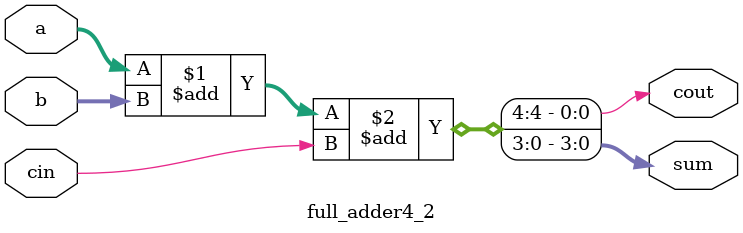
<source format=v>
module full_adder4_2(sum,cout,a,b,cin);
output [3:0] sum;
output cout;
input [3:0] a,b;
input cin;

assign {cout,sum} = a + b + cin;

endmodule


</source>
